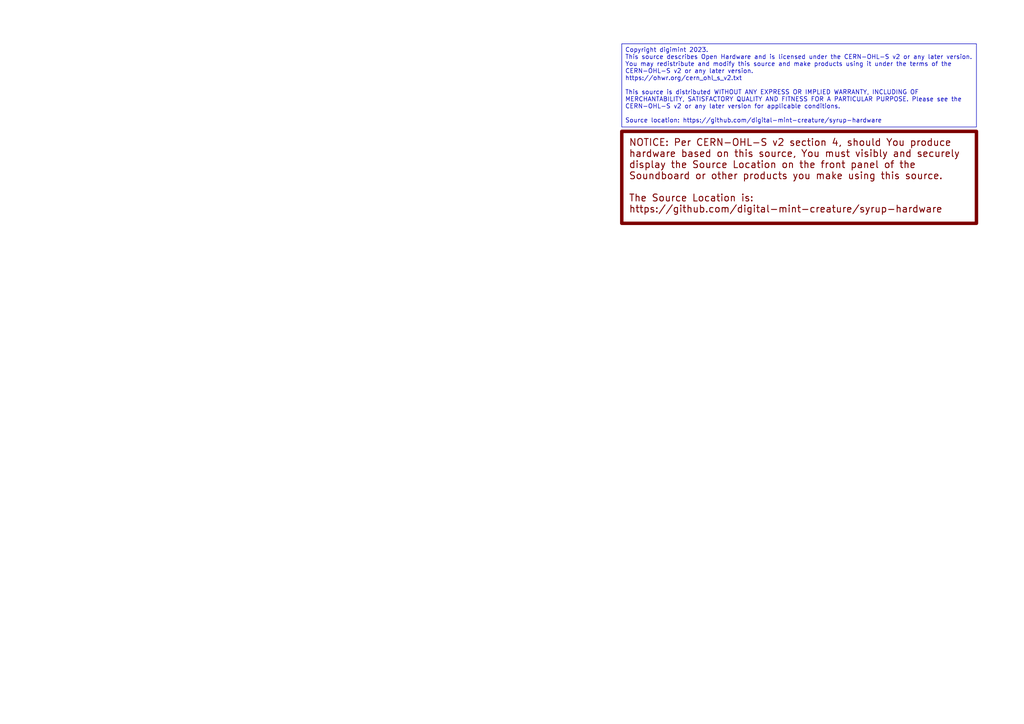
<source format=kicad_sch>
(kicad_sch (version 20230121) (generator eeschema)
  (paper "A4")
  (title_block (rev "0.1.0") (company "https://twitch.tv/digimint") (comment 1 "Source Location: https://github.com/digital-mint-creature/syrup-hardware") (comment 3 "Licensed under CERN-OHL- v2 or any later version") (comment 4 "Copyright digimint 2023"))
  (lib_symbols)
  (text_box "NOTICE: Per CERN-OHL-S v2 section 4, should You produce hardware based on this source, You must visibly and securely display the Source Location on the front panel of the Soundboard or other products you make using this source.\n\nThe Source Location is:\nhttps://github.com/digital-mint-creature/syrup-hardware" (at 180.34 38.1 0) (size 102.87 26.67) (stroke (width 1) (color 122 0 0 1)) (effects (font (size 2 2) (thickness 0.254) bold) (justify left top)))
  (text_box "Copyright digimint 2023.\nThis source describes Open Hardware and is licensed under the CERN-OHL-S v2 or any later version.\nYou may redistribute and modify this source and make products using it under the terms of the CERN-OHL-S v2 or any later version.\nhttps://ohwr.org/cern_ohl_s_v2.txt\n\nThis source is distributed WITHOUT ANY EXPRESS OR IMPLIED WARRANTY, INCLUDING OF MERCHANTABILITY, SATISFACTORY QUALITY AND FITNESS FOR A PARTICULAR PURPOSE. Please see the CERN-OHL-S v2 or any later version for applicable conditions.\n\nSource location: https://github.com/digital-mint-creature/syrup-hardware" (at 180.34 12.7 0) (size 102.87 24.13) (effects (font (size 1.27 1.27)) (justify left top)))
)
</source>
